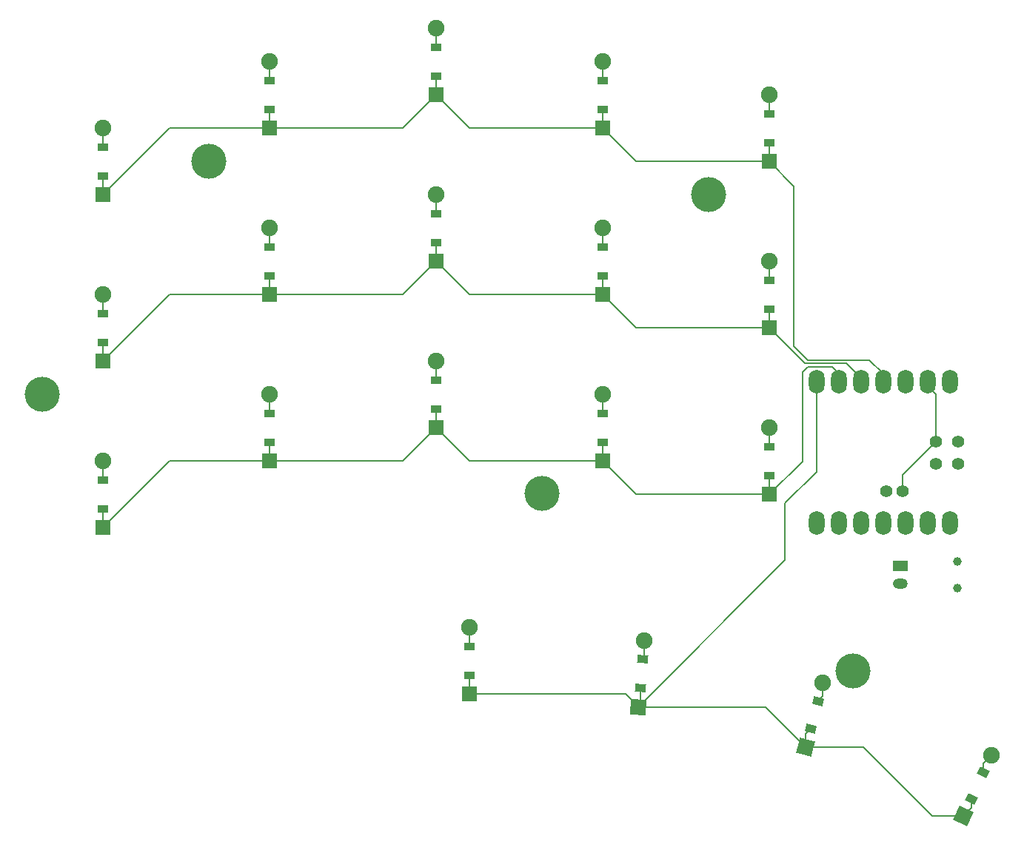
<source format=gbr>
%TF.GenerationSoftware,KiCad,Pcbnew,9.0.6*%
%TF.CreationDate,2026-01-03T00:52:00-08:00*%
%TF.ProjectId,pcb_left,7063625f-6c65-4667-942e-6b696361645f,4.2.1*%
%TF.SameCoordinates,Original*%
%TF.FileFunction,Copper,L1,Top*%
%TF.FilePolarity,Positive*%
%FSLAX46Y46*%
G04 Gerber Fmt 4.6, Leading zero omitted, Abs format (unit mm)*
G04 Created by KiCad (PCBNEW 9.0.6) date 2026-01-03 00:52:00*
%MOMM*%
%LPD*%
G01*
G04 APERTURE LIST*
G04 Aperture macros list*
%AMRotRect*
0 Rectangle, with rotation*
0 The origin of the aperture is its center*
0 $1 length*
0 $2 width*
0 $3 Rotation angle, in degrees counterclockwise*
0 Add horizontal line*
21,1,$1,$2,0,0,$3*%
G04 Aperture macros list end*
%TA.AperFunction,WasherPad*%
%ADD10C,1.000000*%
%TD*%
%TA.AperFunction,ComponentPad*%
%ADD11R,1.778000X1.778000*%
%TD*%
%TA.AperFunction,SMDPad,CuDef*%
%ADD12R,1.200000X0.900000*%
%TD*%
%TA.AperFunction,ComponentPad*%
%ADD13C,1.905000*%
%TD*%
%TA.AperFunction,ComponentPad*%
%ADD14RotRect,1.778000X1.778000X65.000000*%
%TD*%
%TA.AperFunction,SMDPad,CuDef*%
%ADD15RotRect,0.900000X1.200000X65.000000*%
%TD*%
%TA.AperFunction,WasherPad*%
%ADD16C,4.000000*%
%TD*%
%TA.AperFunction,ComponentPad*%
%ADD17RotRect,1.778000X1.778000X85.000000*%
%TD*%
%TA.AperFunction,SMDPad,CuDef*%
%ADD18RotRect,0.900000X1.200000X85.000000*%
%TD*%
%TA.AperFunction,ComponentPad*%
%ADD19R,1.700000X1.200000*%
%TD*%
%TA.AperFunction,ComponentPad*%
%ADD20O,1.700000X1.200000*%
%TD*%
%TA.AperFunction,ComponentPad*%
%ADD21O,1.800000X2.750000*%
%TD*%
%TA.AperFunction,ComponentPad*%
%ADD22C,1.397000*%
%TD*%
%TA.AperFunction,ComponentPad*%
%ADD23RotRect,1.778000X1.778000X75.000000*%
%TD*%
%TA.AperFunction,SMDPad,CuDef*%
%ADD24RotRect,0.900000X1.200000X75.000000*%
%TD*%
%TA.AperFunction,Conductor*%
%ADD25C,0.200000*%
%TD*%
G04 APERTURE END LIST*
D10*
%TO.P,T1,*%
%TO.N,*%
X184700000Y-159690000D03*
X184700000Y-162690000D03*
%TD*%
D11*
%TO.P,D1,1*%
%TO.N,P8*%
X87000000Y-155810000D03*
D12*
X87000000Y-153650000D03*
%TO.P,D1,2*%
%TO.N,c1_r1*%
X87000000Y-150350000D03*
D13*
X87000000Y-148190000D03*
%TD*%
D11*
%TO.P,D16,1*%
%TO.N,P7*%
X128910000Y-174860000D03*
D12*
X128910000Y-172700000D03*
%TO.P,D16,2*%
%TO.N,t1_r*%
X128910000Y-169400000D03*
D13*
X128910000Y-167240000D03*
%TD*%
D11*
%TO.P,D12,1*%
%TO.N,P10*%
X144150000Y-110090000D03*
D12*
X144150000Y-107930000D03*
%TO.P,D12,2*%
%TO.N,c4_r3*%
X144150000Y-104630000D03*
D13*
X144150000Y-102470000D03*
%TD*%
D11*
%TO.P,D5,1*%
%TO.N,P9*%
X106050000Y-129140000D03*
D12*
X106050000Y-126980000D03*
%TO.P,D5,2*%
%TO.N,c2_r2*%
X106050000Y-123680000D03*
D13*
X106050000Y-121520000D03*
%TD*%
D11*
%TO.P,D2,1*%
%TO.N,P9*%
X87000000Y-136760000D03*
D12*
X87000000Y-134600000D03*
%TO.P,D2,2*%
%TO.N,c1_r2*%
X87000000Y-131300000D03*
D13*
X87000000Y-129140000D03*
%TD*%
D11*
%TO.P,D11,1*%
%TO.N,P9*%
X144150000Y-129140000D03*
D12*
X144150000Y-126980000D03*
%TO.P,D11,2*%
%TO.N,c4_r2*%
X144150000Y-123680000D03*
D13*
X144150000Y-121520000D03*
%TD*%
D14*
%TO.P,D19,1*%
%TO.N,P7*%
X185360159Y-188782653D03*
D15*
X186273015Y-186825028D03*
%TO.P,D19,2*%
%TO.N,t4_r*%
X187667655Y-183834212D03*
D13*
X188580511Y-181876587D03*
%TD*%
D11*
%TO.P,D8,1*%
%TO.N,P9*%
X125100000Y-125330000D03*
D12*
X125100000Y-123170000D03*
%TO.P,D8,2*%
%TO.N,c3_r2*%
X125100000Y-119870000D03*
D13*
X125100000Y-117710000D03*
%TD*%
D11*
%TO.P,D9,1*%
%TO.N,P10*%
X125100000Y-106280000D03*
D12*
X125100000Y-104120000D03*
%TO.P,D9,2*%
%TO.N,c3_r3*%
X125100000Y-100820000D03*
D13*
X125100000Y-98660000D03*
%TD*%
D11*
%TO.P,D10,1*%
%TO.N,P8*%
X144150000Y-148190000D03*
D12*
X144150000Y-146030000D03*
%TO.P,D10,2*%
%TO.N,c4_r1*%
X144150000Y-142730000D03*
D13*
X144150000Y-140570000D03*
%TD*%
D16*
%TO.P,,*%
%TO.N,*%
X137150000Y-151880000D03*
%TD*%
D17*
%TO.P,D17,1*%
%TO.N,P7*%
X148220901Y-176314386D03*
D18*
X148409157Y-174162605D03*
%TO.P,D17,2*%
%TO.N,t2_r*%
X148696771Y-170875163D03*
D13*
X148885027Y-168723382D03*
%TD*%
D19*
%TO.P,JST1,1*%
%TO.N,pos*%
X178200000Y-160190000D03*
D20*
%TO.P,JST1,2*%
%TO.N,GND*%
X178200000Y-162190000D03*
%TD*%
D11*
%TO.P,D6,1*%
%TO.N,P10*%
X106050000Y-110090000D03*
D12*
X106050000Y-107930000D03*
%TO.P,D6,2*%
%TO.N,c2_r3*%
X106050000Y-104630000D03*
D13*
X106050000Y-102470000D03*
%TD*%
D11*
%TO.P,D15,1*%
%TO.N,P10*%
X163200000Y-113900000D03*
D12*
X163200000Y-111740000D03*
%TO.P,D15,2*%
%TO.N,c5_r3*%
X163200000Y-108440000D03*
D13*
X163200000Y-106280000D03*
%TD*%
D11*
%TO.P,D7,1*%
%TO.N,P8*%
X125100000Y-144380000D03*
D12*
X125100000Y-142220000D03*
%TO.P,D7,2*%
%TO.N,c3_r1*%
X125100000Y-138920000D03*
D13*
X125100000Y-136760000D03*
%TD*%
D11*
%TO.P,D3,1*%
%TO.N,P10*%
X87000000Y-117710000D03*
D12*
X87000000Y-115550000D03*
%TO.P,D3,2*%
%TO.N,c1_r3*%
X87000000Y-112250000D03*
D13*
X87000000Y-110090000D03*
%TD*%
D11*
%TO.P,D13,1*%
%TO.N,P8*%
X163200000Y-152000000D03*
D12*
X163200000Y-149840000D03*
%TO.P,D13,2*%
%TO.N,c5_r1*%
X163200000Y-146540000D03*
D13*
X163200000Y-144380000D03*
%TD*%
D16*
%TO.P,,*%
%TO.N,*%
X80000000Y-140500000D03*
%TD*%
%TO.P,,*%
%TO.N,*%
X99050000Y-113830000D03*
%TD*%
D11*
%TO.P,D4,1*%
%TO.N,P8*%
X106050000Y-148190000D03*
D12*
X106050000Y-146030000D03*
%TO.P,D4,2*%
%TO.N,c2_r1*%
X106050000Y-142730000D03*
D13*
X106050000Y-140570000D03*
%TD*%
D11*
%TO.P,D14,1*%
%TO.N,P9*%
X163200000Y-132950000D03*
D12*
X163200000Y-130790000D03*
%TO.P,D14,2*%
%TO.N,c5_r2*%
X163200000Y-127490000D03*
D13*
X163200000Y-125330000D03*
%TD*%
D21*
%TO.P,_1,1*%
%TO.N,VCC5*%
X183820000Y-139095000D03*
%TO.P,_1,2*%
%TO.N,GND*%
X181280000Y-139095000D03*
%TO.P,_1,3*%
%TO.N,VCC3*%
X178740000Y-139095000D03*
%TO.P,_1,4*%
%TO.N,P10*%
X176200000Y-139095000D03*
%TO.P,_1,5*%
%TO.N,P9*%
X173660000Y-139095000D03*
%TO.P,_1,6*%
%TO.N,P8*%
X171120000Y-139095000D03*
%TO.P,_1,7*%
%TO.N,P7*%
X168580000Y-139095000D03*
D22*
%TO.P,_1,8*%
%TO.N,CLK*%
X184772000Y-145920000D03*
%TO.P,_1,9*%
%TO.N,GND*%
X182232000Y-145920000D03*
D21*
%TO.P,_1,12*%
%TO.N,P6*%
X168580000Y-155285000D03*
%TO.P,_1,13*%
%TO.N,P5*%
X171120000Y-155285000D03*
%TO.P,_1,14*%
%TO.N,P4*%
X173660000Y-155285000D03*
%TO.P,_1,15*%
%TO.N,P3*%
X176200000Y-155285000D03*
%TO.P,_1,16*%
%TO.N,P2*%
X178740000Y-155285000D03*
%TO.P,_1,17*%
%TO.N,P1*%
X181280000Y-155285000D03*
%TO.P,_1,18*%
%TO.N,P0*%
X183820000Y-155285000D03*
D22*
%TO.P,_1,19*%
%TO.N,DIO*%
X184772000Y-148460000D03*
%TO.P,_1,20*%
%TO.N,RST*%
X182232000Y-148460000D03*
%TO.P,_1,21*%
%TO.N,RAW*%
X176517000Y-151635000D03*
%TO.P,_1,22*%
%TO.N,GND*%
X178422000Y-151635000D03*
%TD*%
D16*
%TO.P,,*%
%TO.N,*%
X156200000Y-117640000D03*
%TD*%
%TO.P,,*%
%TO.N,*%
X172772738Y-172224612D03*
%TD*%
D23*
%TO.P,D18,1*%
%TO.N,P7*%
X167335945Y-180923887D03*
D24*
X167894997Y-178837488D03*
%TO.P,D18,2*%
%TO.N,t3_r*%
X168749097Y-175649932D03*
D13*
X169308149Y-173563533D03*
%TD*%
D25*
%TO.N,c1_r1*%
X87000000Y-148190000D02*
X87000000Y-150350000D01*
%TO.N,c1_r2*%
X87000000Y-129140000D02*
X87000000Y-131300000D01*
%TO.N,c1_r3*%
X87000000Y-110090000D02*
X87000000Y-112250000D01*
%TO.N,c2_r1*%
X106050000Y-140570000D02*
X106050000Y-142730000D01*
%TO.N,c2_r2*%
X106050000Y-121520000D02*
X106050000Y-123680000D01*
%TO.N,c2_r3*%
X106050000Y-102470000D02*
X106050000Y-104630000D01*
%TO.N,c3_r1*%
X125100000Y-136760000D02*
X125100000Y-138920000D01*
%TO.N,c3_r2*%
X125100000Y-117710000D02*
X125100000Y-119870000D01*
%TO.N,c3_r3*%
X125100000Y-98660000D02*
X125100000Y-100820000D01*
%TO.N,c4_r1*%
X144150000Y-140570000D02*
X144150000Y-142730000D01*
%TO.N,c4_r2*%
X144150000Y-121520000D02*
X144150000Y-123680000D01*
%TO.N,c4_r3*%
X144150000Y-102470000D02*
X144150000Y-104630000D01*
%TO.N,c5_r1*%
X163200000Y-144380000D02*
X163200000Y-146540000D01*
%TO.N,c5_r2*%
X163200000Y-125330000D02*
X163200000Y-127490000D01*
%TO.N,c5_r3*%
X163200000Y-106280000D02*
X163200000Y-108440000D01*
%TO.N,t1_r*%
X128910000Y-169400000D02*
X128910000Y-167240000D01*
%TO.N,t2_r*%
X148885027Y-168723382D02*
X148885027Y-170686907D01*
X148885027Y-170686907D02*
X148696771Y-170875163D01*
%TO.N,t3_r*%
X169308148Y-175090882D02*
X168749098Y-175649932D01*
X169308148Y-173563533D02*
X169308148Y-175090882D01*
%TO.N,t4_r*%
X188580511Y-181876587D02*
X187667655Y-182789443D01*
X187667655Y-182789443D02*
X187667655Y-183834212D01*
%TO.N,P8*%
X167000000Y-138000000D02*
X167000000Y-148200000D01*
X171120000Y-138120000D02*
X170401000Y-137401000D01*
X94620000Y-148190000D02*
X87000000Y-155810000D01*
X106050000Y-148190000D02*
X94620000Y-148190000D01*
X121290000Y-148190000D02*
X125100000Y-144380000D01*
X147960000Y-152000000D02*
X163200000Y-152000000D01*
X144150000Y-148190000D02*
X144150000Y-146030000D01*
X128910000Y-148190000D02*
X144150000Y-148190000D01*
X167000000Y-148200000D02*
X163200000Y-152000000D01*
X170401000Y-137401000D02*
X167599000Y-137401000D01*
X106050000Y-148190000D02*
X106050000Y-146030000D01*
X87000000Y-155810000D02*
X87000000Y-153650000D01*
X144150000Y-148190000D02*
X147960000Y-152000000D01*
X163200000Y-152000000D02*
X163200000Y-149840000D01*
X171120000Y-139570000D02*
X171120000Y-138120000D01*
X167599000Y-137401000D02*
X167000000Y-138000000D01*
X125100000Y-144380000D02*
X125100000Y-142220000D01*
X125100000Y-144380000D02*
X128910000Y-148190000D01*
X106050000Y-148190000D02*
X121290000Y-148190000D01*
%TO.N,P9*%
X94620000Y-129140000D02*
X87000000Y-136760000D01*
X128910000Y-129140000D02*
X125100000Y-125330000D01*
X125100000Y-125330000D02*
X125100000Y-123170000D01*
X147960000Y-132950000D02*
X144150000Y-129140000D01*
X144150000Y-129140000D02*
X144150000Y-126980000D01*
X172000000Y-137000000D02*
X167250000Y-137000000D01*
X121290000Y-129140000D02*
X125100000Y-125330000D01*
X167250000Y-137000000D02*
X163200000Y-132950000D01*
X173660000Y-139570000D02*
X173660000Y-138660000D01*
X106050000Y-129140000D02*
X94620000Y-129140000D01*
X163200000Y-132950000D02*
X163200000Y-130790000D01*
X106050000Y-129140000D02*
X106050000Y-126980000D01*
X87000000Y-136760000D02*
X87000000Y-134600000D01*
X106050000Y-129140000D02*
X121290000Y-129140000D01*
X173660000Y-138660000D02*
X172000000Y-137000000D01*
X144150000Y-129140000D02*
X128910000Y-129140000D01*
X163200000Y-132950000D02*
X147960000Y-132950000D01*
%TO.N,P10*%
X106050000Y-110090000D02*
X94620000Y-110090000D01*
X125100000Y-106280000D02*
X128910000Y-110090000D01*
X144150000Y-110090000D02*
X144150000Y-107930000D01*
X106050000Y-110090000D02*
X106050000Y-107930000D01*
X176200000Y-138200000D02*
X176200000Y-139570000D01*
X174599000Y-136599000D02*
X176200000Y-138200000D01*
X106050000Y-110090000D02*
X121290000Y-110090000D01*
X167599000Y-136599000D02*
X174599000Y-136599000D01*
X87000000Y-115550000D02*
X87000000Y-117710000D01*
X144150000Y-110090000D02*
X147960000Y-113900000D01*
X94620000Y-110090000D02*
X87000000Y-117710000D01*
X147960000Y-113900000D02*
X163200000Y-113900000D01*
X166000000Y-116700000D02*
X166000000Y-135000000D01*
X163200000Y-113900000D02*
X166000000Y-116700000D01*
X128910000Y-110090000D02*
X144150000Y-110090000D01*
X166000000Y-135000000D02*
X167599000Y-136599000D01*
X121290000Y-110090000D02*
X125100000Y-106280000D01*
X163200000Y-113900000D02*
X163200000Y-111740000D01*
X125100000Y-106280000D02*
X125100000Y-104120000D01*
%TO.N,P7*%
X148220901Y-176314386D02*
X165000000Y-159535287D01*
X148220901Y-176314386D02*
X162726445Y-176314386D01*
X167335946Y-180923887D02*
X167335946Y-179396538D01*
X146766515Y-174860000D02*
X148220901Y-176314386D01*
X162726445Y-176314386D02*
X167335946Y-180923887D01*
X148409157Y-174162605D02*
X148409157Y-176126130D01*
X128910000Y-174860000D02*
X146766515Y-174860000D01*
X186273015Y-187869797D02*
X185360159Y-188782653D01*
X181782653Y-188782653D02*
X185360159Y-188782653D01*
X148409157Y-176126130D02*
X148220901Y-176314386D01*
X168580000Y-149420000D02*
X165000000Y-153000000D01*
X167335946Y-180923887D02*
X173923887Y-180923887D01*
X186273015Y-186825028D02*
X186273015Y-187869797D01*
X165000000Y-159535287D02*
X165000000Y-153000000D01*
X128910000Y-174860000D02*
X128910000Y-172700000D01*
X168580000Y-139570000D02*
X168580000Y-149420000D01*
X173923887Y-180923887D02*
X181782653Y-188782653D01*
X167335946Y-179396538D02*
X167894996Y-178837488D01*
%TO.N,GND*%
X178422000Y-149730000D02*
X182232000Y-145920000D01*
X182232000Y-140522000D02*
X181280000Y-139570000D01*
X182232000Y-145920000D02*
X182232000Y-140522000D01*
X178422000Y-151635000D02*
X178422000Y-149730000D01*
%TD*%
M02*

</source>
